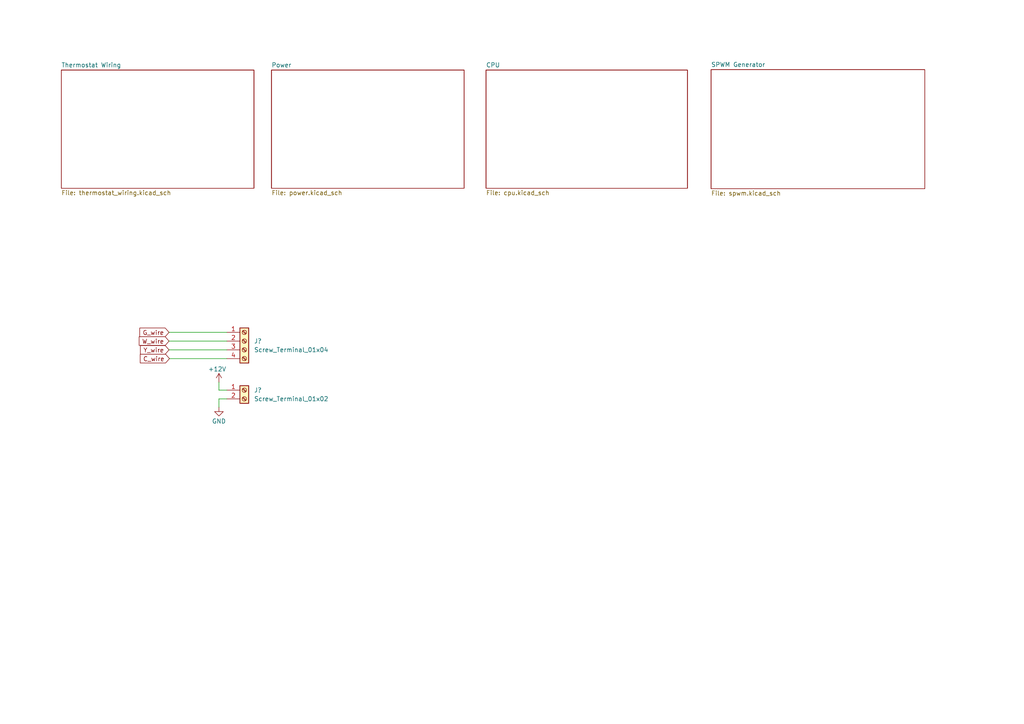
<source format=kicad_sch>
(kicad_sch (version 20211123) (generator eeschema)
  (paper "A4")
  (lib_symbols
    (symbol "Connector:Screw_Terminal_01x02" (pin_names (offset 1.016) hide)
      (property "Reference" "J" (at 0 2.54 0))
      (property "Value" "Screw_Terminal_01x02" (at 0 -5.08 0))
      (symbol "Screw_Terminal_01x02_1_1"
        (rectangle (start -1.27 1.27) (end 1.27 -3.81) (stroke (width 0.254)) (fill (type background)))
        (circle (center 0 -2.54) (radius 0.635) (stroke (width 0.1524)))
        (polyline (pts (xy -0.5334 -2.2098) (xy 0.3302 -3.048)) (stroke (width 0.1524)))
        (polyline (pts (xy -0.5334 0.3302) (xy 0.3302 -0.508)) (stroke (width 0.1524)))
        (polyline (pts (xy -0.3556 -2.032) (xy 0.508 -2.8702)) (stroke (width 0.1524)))
        (polyline (pts (xy -0.3556 0.508) (xy 0.508 -0.3302)) (stroke (width 0.1524)))
        (circle (center 0 0) (radius 0.635) (stroke (width 0.1524)))
        (pin passive line (at -5.08 0 0) (length 3.81) (name "Pin_1") (number "1"))
        (pin passive line (at -5.08 -2.54 0) (length 3.81) (name "Pin_2") (number "2"))
      )
    )
    (symbol "Connector:Screw_Terminal_01x04" (pin_names (offset 1.016) hide)
      (property "Reference" "J" (at 0 5.08 0))
      (property "Value" "Screw_Terminal_01x04" (at 0 -7.62 0))
      (symbol "Screw_Terminal_01x04_1_1"
        (rectangle (start -1.27 3.81) (end 1.27 -6.35) (stroke (width 0.254)) (fill (type background)))
        (circle (center 0 -5.08) (radius 0.635) (stroke (width 0.1524)))
        (circle (center 0 -2.54) (radius 0.635) (stroke (width 0.1524)))
        (polyline (pts (xy -0.5334 -4.7498) (xy 0.3302 -5.588)) (stroke (width 0.1524)))
        (polyline (pts (xy -0.5334 -2.2098) (xy 0.3302 -3.048)) (stroke (width 0.1524)))
        (polyline (pts (xy -0.5334 0.3302) (xy 0.3302 -0.508)) (stroke (width 0.1524)))
        (polyline (pts (xy -0.5334 2.8702) (xy 0.3302 2.032)) (stroke (width 0.1524)))
        (polyline (pts (xy -0.3556 -4.572) (xy 0.508 -5.4102)) (stroke (width 0.1524)))
        (polyline (pts (xy -0.3556 -2.032) (xy 0.508 -2.8702)) (stroke (width 0.1524)))
        (polyline (pts (xy -0.3556 0.508) (xy 0.508 -0.3302)) (stroke (width 0.1524)))
        (polyline (pts (xy -0.3556 3.048) (xy 0.508 2.2098)) (stroke (width 0.1524)))
        (circle (center 0 0) (radius 0.635) (stroke (width 0.1524)))
        (circle (center 0 2.54) (radius 0.635) (stroke (width 0.1524)))
        (pin passive line (at -5.08 2.54 0) (length 3.81) (name "Pin_1") (number "1"))
        (pin passive line (at -5.08 0 0) (length 3.81) (name "Pin_2") (number "2"))
        (pin passive line (at -5.08 -2.54 0) (length 3.81) (name "Pin_3") (number "3"))
        (pin passive line (at -5.08 -5.08 0) (length 3.81) (name "Pin_4") (number "4"))
      )
    )
    (symbol "power:+12V" (power) (pin_names (offset 0))
      (property "Value" "+12V" (at 0 3.556 0))
      (symbol "+12V_0_1"
        (polyline (pts (xy -0.762 1.27) (xy 0 2.54)))
        (polyline (pts (xy 0 0) (xy 0 2.54)))
        (polyline (pts (xy 0 2.54) (xy 0.762 1.27)))
      )
      (symbol "+12V_1_1"
        (pin power_in line (at 0 0 90) (length 0) hide (name "+12V") (number "1"))
      )
    )
    (symbol "power:GND" (power) (pin_names (offset 0))
      (property "Value" "GND" (at 0 -3.81 0))
      (symbol "GND_0_1"
        (polyline (pts (xy 0 0) (xy 0 -1.27) (xy 1.27 -1.27) (xy 0 -2.54) (xy -1.27 -1.27) (xy 0 -1.27)))
      )
      (symbol "GND_1_1"
        (pin power_in line (at 0 0 270) (length 0) hide (name "GND") (number "1"))
      )
    )
  )
  (wire (pts (xy 49.022 101.473) (xy 65.786 101.473)))
  (wire (pts (xy 65.786 113.157) (xy 63.5 113.157)))
  (wire (pts (xy 49.022 98.933) (xy 65.786 98.933)))
  (wire (pts (xy 63.5 115.697) (xy 65.786 115.697)))
  (wire (pts (xy 49.022 96.393) (xy 65.786 96.393)))
  (wire (pts (xy 63.5 110.871) (xy 63.5 113.157)))
  (wire (pts (xy 63.5 118.11) (xy 63.5 115.697)))
  (wire (pts (xy 49.149 104.013) (xy 65.786 104.013)))
  (global_label "Y_wire" (shape input) (at 49.022 101.473 180) (property "Intersheet References" "${INTERSHEET_REFS}" (effects hide)))
  (global_label "W_wire" (shape input) (at 49.022 98.933 180) (property "Intersheet References" "${INTERSHEET_REFS}" (effects hide)))
  (global_label "C_wire" (shape input) (at 49.149 104.013 180) (property "Intersheet References" "${INTERSHEET_REFS}" (effects hide)))
  (global_label "G_wire" (shape input) (at 49.022 96.393 180) (property "Intersheet References" "${INTERSHEET_REFS}" (effects hide)))
  (symbol (lib_id "power:+12V") (at 63.5 110.871 0) (unit 1)
    (property "Reference" "#PWR?" (effects hide))
    (property "Value" "+12V" (at 62.992 107.061 0))
  )
  (symbol (lib_id "Connector:Screw_Terminal_01x02") (at 70.866 113.157 0) (unit 1)
    (property "Reference" "J?" (at 73.66 113.1569 0) (effects (justify left)))
    (property "Value" "Screw_Terminal_01x02" (at 73.66 115.6969 0) (effects (justify left)))
  )
  (symbol (lib_id "power:GND") (at 63.5 118.11 0) (unit 1)
    (property "Reference" "#PWR?" (effects hide))
    (property "Value" "GND" (at 63.5 122.174 0))
  )
  (symbol (lib_id "Connector:Screw_Terminal_01x04") (at 70.866 98.933 0) (unit 1)
    (property "Reference" "J?" (at 73.66 98.9329 0) (effects (justify left)))
    (property "Value" "Screw_Terminal_01x04" (at 73.66 101.4729 0) (effects (justify left)))
  )
  (sheet (at 17.78 20.32) (size 55.88 34.29) (stroke (width 0.1524))
    (property "Sheet name" "Thermostat Wiring" (at 17.78 19.6084 0) (effects (justify left bottom)))
    (property "Sheet file" "thermostat_wiring.kicad_sch" (at 17.78 55.1946 0) (effects (justify left top)))
  )
  (sheet (at 140.97 20.32) (size 58.42 34.29) (stroke (width 0.1524))
    (property "Sheet name" "CPU" (at 140.97 19.6084 0) (effects (justify left bottom)))
    (property "Sheet file" "cpu.kicad_sch" (at 140.97 55.1946 0) (effects (justify left top)))
  )
  (sheet (at 206.248 20.193) (size 61.976 34.544) (stroke (width 0.1524))
    (property "Sheet name" "SPWM Generator" (at 206.248 19.4814 0) (effects (justify left bottom)))
    (property "Sheet file" "spwm.kicad_sch" (at 206.248 55.3216 0) (effects (justify left top)))
  )
  (sheet (at 78.74 20.32) (size 55.88 34.29) (stroke (width 0.1524))
    (property "Sheet name" "Power" (at 78.74 19.6084 0) (effects (justify left bottom)))
    (property "Sheet file" "power.kicad_sch" (at 78.74 55.1946 0) (effects (justify left top)))
  )
)
</source>
